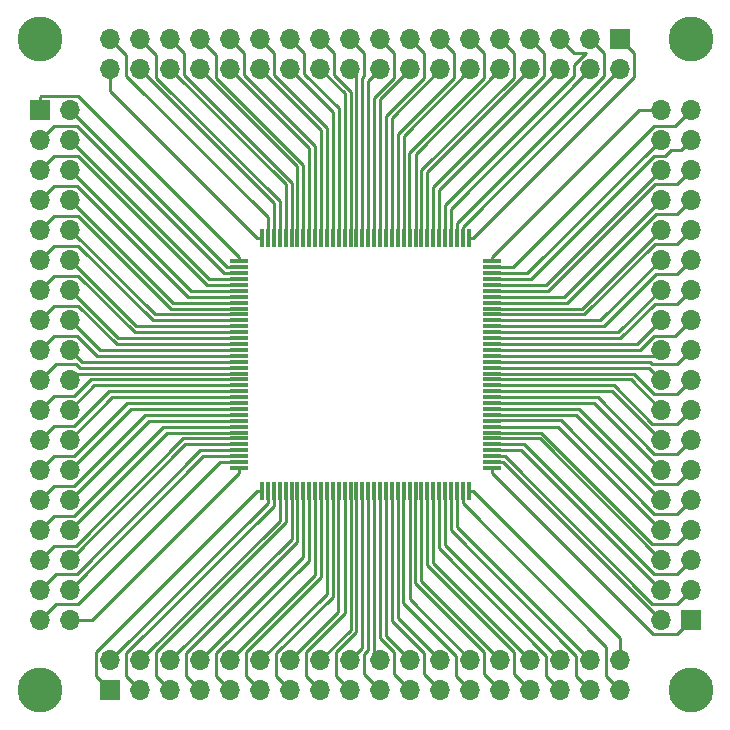
<source format=gtl>
G04 #@! TF.GenerationSoftware,KiCad,Pcbnew,(5.0.2)-1*
G04 #@! TF.CreationDate,2019-01-06T22:14:06+08:00*
G04 #@! TF.ProjectId,LQFP Breakout Board,4c514650-2042-4726-9561-6b6f75742042,rev?*
G04 #@! TF.SameCoordinates,Original*
G04 #@! TF.FileFunction,Copper,L1,Top*
G04 #@! TF.FilePolarity,Positive*
%FSLAX46Y46*%
G04 Gerber Fmt 4.6, Leading zero omitted, Abs format (unit mm)*
G04 Created by KiCad (PCBNEW (5.0.2)-1) date 01/06/19 22:14:06*
%MOMM*%
%LPD*%
G01*
G04 APERTURE LIST*
G04 #@! TA.AperFunction,ComponentPad*
%ADD10O,1.700000X1.700000*%
G04 #@! TD*
G04 #@! TA.AperFunction,ComponentPad*
%ADD11R,1.700000X1.700000*%
G04 #@! TD*
G04 #@! TA.AperFunction,SMDPad,CuDef*
%ADD12R,0.300000X1.550000*%
G04 #@! TD*
G04 #@! TA.AperFunction,SMDPad,CuDef*
%ADD13R,1.550000X0.300000*%
G04 #@! TD*
G04 #@! TA.AperFunction,ComponentPad*
%ADD14C,3.800000*%
G04 #@! TD*
G04 #@! TA.AperFunction,Conductor*
%ADD15C,0.254000*%
G04 #@! TD*
G04 APERTURE END LIST*
D10*
G04 #@! TO.P,J1,36*
G04 #@! TO.N,P36*
X67437000Y-107188000D03*
G04 #@! TO.P,J1,35*
G04 #@! TO.N,P35*
X64897000Y-107188000D03*
G04 #@! TO.P,J1,34*
G04 #@! TO.N,P34*
X67437000Y-104648000D03*
G04 #@! TO.P,J1,33*
G04 #@! TO.N,P33*
X64897000Y-104648000D03*
G04 #@! TO.P,J1,32*
G04 #@! TO.N,P32*
X67437000Y-102108000D03*
G04 #@! TO.P,J1,31*
G04 #@! TO.N,P31*
X64897000Y-102108000D03*
G04 #@! TO.P,J1,30*
G04 #@! TO.N,P30*
X67437000Y-99568000D03*
G04 #@! TO.P,J1,29*
G04 #@! TO.N,P29*
X64897000Y-99568000D03*
G04 #@! TO.P,J1,28*
G04 #@! TO.N,P28*
X67437000Y-97028000D03*
G04 #@! TO.P,J1,27*
G04 #@! TO.N,P27*
X64897000Y-97028000D03*
G04 #@! TO.P,J1,26*
G04 #@! TO.N,P26*
X67437000Y-94488000D03*
G04 #@! TO.P,J1,25*
G04 #@! TO.N,P25*
X64897000Y-94488000D03*
G04 #@! TO.P,J1,24*
G04 #@! TO.N,P24*
X67437000Y-91948000D03*
G04 #@! TO.P,J1,23*
G04 #@! TO.N,P23*
X64897000Y-91948000D03*
G04 #@! TO.P,J1,22*
G04 #@! TO.N,P22*
X67437000Y-89408000D03*
G04 #@! TO.P,J1,21*
G04 #@! TO.N,P21*
X64897000Y-89408000D03*
G04 #@! TO.P,J1,20*
G04 #@! TO.N,P20*
X67437000Y-86868000D03*
G04 #@! TO.P,J1,19*
G04 #@! TO.N,P19*
X64897000Y-86868000D03*
G04 #@! TO.P,J1,18*
G04 #@! TO.N,P18*
X67437000Y-84328000D03*
G04 #@! TO.P,J1,17*
G04 #@! TO.N,P17*
X64897000Y-84328000D03*
G04 #@! TO.P,J1,16*
G04 #@! TO.N,P16*
X67437000Y-81788000D03*
G04 #@! TO.P,J1,15*
G04 #@! TO.N,P15*
X64897000Y-81788000D03*
G04 #@! TO.P,J1,14*
G04 #@! TO.N,P14*
X67437000Y-79248000D03*
G04 #@! TO.P,J1,13*
G04 #@! TO.N,P13*
X64897000Y-79248000D03*
G04 #@! TO.P,J1,12*
G04 #@! TO.N,P12*
X67437000Y-76708000D03*
G04 #@! TO.P,J1,11*
G04 #@! TO.N,P11*
X64897000Y-76708000D03*
G04 #@! TO.P,J1,10*
G04 #@! TO.N,P10*
X67437000Y-74168000D03*
G04 #@! TO.P,J1,9*
G04 #@! TO.N,P09*
X64897000Y-74168000D03*
G04 #@! TO.P,J1,8*
G04 #@! TO.N,P08*
X67437000Y-71628000D03*
G04 #@! TO.P,J1,7*
G04 #@! TO.N,P07*
X64897000Y-71628000D03*
G04 #@! TO.P,J1,6*
G04 #@! TO.N,P06*
X67437000Y-69088000D03*
G04 #@! TO.P,J1,5*
G04 #@! TO.N,P05*
X64897000Y-69088000D03*
G04 #@! TO.P,J1,4*
G04 #@! TO.N,P04*
X67437000Y-66548000D03*
G04 #@! TO.P,J1,3*
G04 #@! TO.N,P03*
X64897000Y-66548000D03*
G04 #@! TO.P,J1,2*
G04 #@! TO.N,P02*
X67437000Y-64008000D03*
D11*
G04 #@! TO.P,J1,1*
G04 #@! TO.N,P01*
X64897000Y-64008000D03*
G04 #@! TD*
G04 #@! TO.P,J2,1*
G04 #@! TO.N,P37*
X70866000Y-113157000D03*
D10*
G04 #@! TO.P,J2,2*
G04 #@! TO.N,P38*
X70866000Y-110617000D03*
G04 #@! TO.P,J2,3*
G04 #@! TO.N,P39*
X73406000Y-113157000D03*
G04 #@! TO.P,J2,4*
G04 #@! TO.N,P40*
X73406000Y-110617000D03*
G04 #@! TO.P,J2,5*
G04 #@! TO.N,P41*
X75946000Y-113157000D03*
G04 #@! TO.P,J2,6*
G04 #@! TO.N,P42*
X75946000Y-110617000D03*
G04 #@! TO.P,J2,7*
G04 #@! TO.N,P43*
X78486000Y-113157000D03*
G04 #@! TO.P,J2,8*
G04 #@! TO.N,P44*
X78486000Y-110617000D03*
G04 #@! TO.P,J2,9*
G04 #@! TO.N,P45*
X81026000Y-113157000D03*
G04 #@! TO.P,J2,10*
G04 #@! TO.N,P46*
X81026000Y-110617000D03*
G04 #@! TO.P,J2,11*
G04 #@! TO.N,P47*
X83566000Y-113157000D03*
G04 #@! TO.P,J2,12*
G04 #@! TO.N,P48*
X83566000Y-110617000D03*
G04 #@! TO.P,J2,13*
G04 #@! TO.N,P49*
X86106000Y-113157000D03*
G04 #@! TO.P,J2,14*
G04 #@! TO.N,P50*
X86106000Y-110617000D03*
G04 #@! TO.P,J2,15*
G04 #@! TO.N,P51*
X88646000Y-113157000D03*
G04 #@! TO.P,J2,16*
G04 #@! TO.N,P52*
X88646000Y-110617000D03*
G04 #@! TO.P,J2,17*
G04 #@! TO.N,P53*
X91186000Y-113157000D03*
G04 #@! TO.P,J2,18*
G04 #@! TO.N,P54*
X91186000Y-110617000D03*
G04 #@! TO.P,J2,19*
G04 #@! TO.N,P55*
X93726000Y-113157000D03*
G04 #@! TO.P,J2,20*
G04 #@! TO.N,P56*
X93726000Y-110617000D03*
G04 #@! TO.P,J2,21*
G04 #@! TO.N,P57*
X96266000Y-113157000D03*
G04 #@! TO.P,J2,22*
G04 #@! TO.N,P58*
X96266000Y-110617000D03*
G04 #@! TO.P,J2,23*
G04 #@! TO.N,P59*
X98806000Y-113157000D03*
G04 #@! TO.P,J2,24*
G04 #@! TO.N,P60*
X98806000Y-110617000D03*
G04 #@! TO.P,J2,25*
G04 #@! TO.N,P61*
X101346000Y-113157000D03*
G04 #@! TO.P,J2,26*
G04 #@! TO.N,P62*
X101346000Y-110617000D03*
G04 #@! TO.P,J2,27*
G04 #@! TO.N,P63*
X103886000Y-113157000D03*
G04 #@! TO.P,J2,28*
G04 #@! TO.N,P64*
X103886000Y-110617000D03*
G04 #@! TO.P,J2,29*
G04 #@! TO.N,P65*
X106426000Y-113157000D03*
G04 #@! TO.P,J2,30*
G04 #@! TO.N,P66*
X106426000Y-110617000D03*
G04 #@! TO.P,J2,31*
G04 #@! TO.N,P67*
X108966000Y-113157000D03*
G04 #@! TO.P,J2,32*
G04 #@! TO.N,P68*
X108966000Y-110617000D03*
G04 #@! TO.P,J2,33*
G04 #@! TO.N,P69*
X111506000Y-113157000D03*
G04 #@! TO.P,J2,34*
G04 #@! TO.N,P70*
X111506000Y-110617000D03*
G04 #@! TO.P,J2,35*
G04 #@! TO.N,P71*
X114046000Y-113157000D03*
G04 #@! TO.P,J2,36*
G04 #@! TO.N,P72*
X114046000Y-110617000D03*
G04 #@! TD*
G04 #@! TO.P,J3,36*
G04 #@! TO.N,P108*
X117475000Y-64008000D03*
G04 #@! TO.P,J3,35*
G04 #@! TO.N,P107*
X120015000Y-64008000D03*
G04 #@! TO.P,J3,34*
G04 #@! TO.N,P106*
X117475000Y-66548000D03*
G04 #@! TO.P,J3,33*
G04 #@! TO.N,P105*
X120015000Y-66548000D03*
G04 #@! TO.P,J3,32*
G04 #@! TO.N,P104*
X117475000Y-69088000D03*
G04 #@! TO.P,J3,31*
G04 #@! TO.N,P103*
X120015000Y-69088000D03*
G04 #@! TO.P,J3,30*
G04 #@! TO.N,P102*
X117475000Y-71628000D03*
G04 #@! TO.P,J3,29*
G04 #@! TO.N,P101*
X120015000Y-71628000D03*
G04 #@! TO.P,J3,28*
G04 #@! TO.N,P100*
X117475000Y-74168000D03*
G04 #@! TO.P,J3,27*
G04 #@! TO.N,P99*
X120015000Y-74168000D03*
G04 #@! TO.P,J3,26*
G04 #@! TO.N,P98*
X117475000Y-76708000D03*
G04 #@! TO.P,J3,25*
G04 #@! TO.N,P97*
X120015000Y-76708000D03*
G04 #@! TO.P,J3,24*
G04 #@! TO.N,P96*
X117475000Y-79248000D03*
G04 #@! TO.P,J3,23*
G04 #@! TO.N,P95*
X120015000Y-79248000D03*
G04 #@! TO.P,J3,22*
G04 #@! TO.N,P94*
X117475000Y-81788000D03*
G04 #@! TO.P,J3,21*
G04 #@! TO.N,P93*
X120015000Y-81788000D03*
G04 #@! TO.P,J3,20*
G04 #@! TO.N,P92*
X117475000Y-84328000D03*
G04 #@! TO.P,J3,19*
G04 #@! TO.N,P91*
X120015000Y-84328000D03*
G04 #@! TO.P,J3,18*
G04 #@! TO.N,P90*
X117475000Y-86868000D03*
G04 #@! TO.P,J3,17*
G04 #@! TO.N,P89*
X120015000Y-86868000D03*
G04 #@! TO.P,J3,16*
G04 #@! TO.N,P88*
X117475000Y-89408000D03*
G04 #@! TO.P,J3,15*
G04 #@! TO.N,P87*
X120015000Y-89408000D03*
G04 #@! TO.P,J3,14*
G04 #@! TO.N,P86*
X117475000Y-91948000D03*
G04 #@! TO.P,J3,13*
G04 #@! TO.N,P85*
X120015000Y-91948000D03*
G04 #@! TO.P,J3,12*
G04 #@! TO.N,P84*
X117475000Y-94488000D03*
G04 #@! TO.P,J3,11*
G04 #@! TO.N,P83*
X120015000Y-94488000D03*
G04 #@! TO.P,J3,10*
G04 #@! TO.N,P82*
X117475000Y-97028000D03*
G04 #@! TO.P,J3,9*
G04 #@! TO.N,P81*
X120015000Y-97028000D03*
G04 #@! TO.P,J3,8*
G04 #@! TO.N,P80*
X117475000Y-99568000D03*
G04 #@! TO.P,J3,7*
G04 #@! TO.N,P79*
X120015000Y-99568000D03*
G04 #@! TO.P,J3,6*
G04 #@! TO.N,P78*
X117475000Y-102108000D03*
G04 #@! TO.P,J3,5*
G04 #@! TO.N,P77*
X120015000Y-102108000D03*
G04 #@! TO.P,J3,4*
G04 #@! TO.N,P76*
X117475000Y-104648000D03*
G04 #@! TO.P,J3,3*
G04 #@! TO.N,P75*
X120015000Y-104648000D03*
G04 #@! TO.P,J3,2*
G04 #@! TO.N,P74*
X117475000Y-107188000D03*
D11*
G04 #@! TO.P,J3,1*
G04 #@! TO.N,P73*
X120015000Y-107188000D03*
G04 #@! TD*
G04 #@! TO.P,J4,1*
G04 #@! TO.N,P109*
X114046000Y-58039000D03*
D10*
G04 #@! TO.P,J4,2*
G04 #@! TO.N,P110*
X114046000Y-60579000D03*
G04 #@! TO.P,J4,3*
G04 #@! TO.N,P111*
X111506000Y-58039000D03*
G04 #@! TO.P,J4,4*
G04 #@! TO.N,P112*
X111506000Y-60579000D03*
G04 #@! TO.P,J4,5*
G04 #@! TO.N,P113*
X108966000Y-58039000D03*
G04 #@! TO.P,J4,6*
G04 #@! TO.N,P114*
X108966000Y-60579000D03*
G04 #@! TO.P,J4,7*
G04 #@! TO.N,P115*
X106426000Y-58039000D03*
G04 #@! TO.P,J4,8*
G04 #@! TO.N,P116*
X106426000Y-60579000D03*
G04 #@! TO.P,J4,9*
G04 #@! TO.N,P117*
X103886000Y-58039000D03*
G04 #@! TO.P,J4,10*
G04 #@! TO.N,P118*
X103886000Y-60579000D03*
G04 #@! TO.P,J4,11*
G04 #@! TO.N,P119*
X101346000Y-58039000D03*
G04 #@! TO.P,J4,12*
G04 #@! TO.N,P120*
X101346000Y-60579000D03*
G04 #@! TO.P,J4,13*
G04 #@! TO.N,P121*
X98806000Y-58039000D03*
G04 #@! TO.P,J4,14*
G04 #@! TO.N,P122*
X98806000Y-60579000D03*
G04 #@! TO.P,J4,15*
G04 #@! TO.N,P123*
X96266000Y-58039000D03*
G04 #@! TO.P,J4,16*
G04 #@! TO.N,P124*
X96266000Y-60579000D03*
G04 #@! TO.P,J4,17*
G04 #@! TO.N,P125*
X93726000Y-58039000D03*
G04 #@! TO.P,J4,18*
G04 #@! TO.N,P126*
X93726000Y-60579000D03*
G04 #@! TO.P,J4,19*
G04 #@! TO.N,P127*
X91186000Y-58039000D03*
G04 #@! TO.P,J4,20*
G04 #@! TO.N,P128*
X91186000Y-60579000D03*
G04 #@! TO.P,J4,21*
G04 #@! TO.N,P129*
X88646000Y-58039000D03*
G04 #@! TO.P,J4,22*
G04 #@! TO.N,P130*
X88646000Y-60579000D03*
G04 #@! TO.P,J4,23*
G04 #@! TO.N,P131*
X86106000Y-58039000D03*
G04 #@! TO.P,J4,24*
G04 #@! TO.N,P132*
X86106000Y-60579000D03*
G04 #@! TO.P,J4,25*
G04 #@! TO.N,P133*
X83566000Y-58039000D03*
G04 #@! TO.P,J4,26*
G04 #@! TO.N,P134*
X83566000Y-60579000D03*
G04 #@! TO.P,J4,27*
G04 #@! TO.N,P135*
X81026000Y-58039000D03*
G04 #@! TO.P,J4,28*
G04 #@! TO.N,P136*
X81026000Y-60579000D03*
G04 #@! TO.P,J4,29*
G04 #@! TO.N,P137*
X78486000Y-58039000D03*
G04 #@! TO.P,J4,30*
G04 #@! TO.N,P138*
X78486000Y-60579000D03*
G04 #@! TO.P,J4,31*
G04 #@! TO.N,P139*
X75946000Y-58039000D03*
G04 #@! TO.P,J4,32*
G04 #@! TO.N,P140*
X75946000Y-60579000D03*
G04 #@! TO.P,J4,33*
G04 #@! TO.N,P141*
X73406000Y-58039000D03*
G04 #@! TO.P,J4,34*
G04 #@! TO.N,P142*
X73406000Y-60579000D03*
G04 #@! TO.P,J4,35*
G04 #@! TO.N,P143*
X70866000Y-58039000D03*
G04 #@! TO.P,J4,36*
G04 #@! TO.N,P144*
X70866000Y-60579000D03*
G04 #@! TD*
D12*
G04 #@! TO.P,U2,144*
G04 #@! TO.N,P144*
X83706000Y-74898000D03*
G04 #@! TO.P,U2,143*
G04 #@! TO.N,P143*
X84206000Y-74898000D03*
G04 #@! TO.P,U2,142*
G04 #@! TO.N,P142*
X84706000Y-74898000D03*
G04 #@! TO.P,U2,141*
G04 #@! TO.N,P141*
X85206000Y-74898000D03*
G04 #@! TO.P,U2,140*
G04 #@! TO.N,P140*
X85706000Y-74898000D03*
G04 #@! TO.P,U2,139*
G04 #@! TO.N,P139*
X86206000Y-74898000D03*
G04 #@! TO.P,U2,138*
G04 #@! TO.N,P138*
X86706000Y-74898000D03*
G04 #@! TO.P,U2,137*
G04 #@! TO.N,P137*
X87206000Y-74898000D03*
G04 #@! TO.P,U2,136*
G04 #@! TO.N,P136*
X87706000Y-74898000D03*
G04 #@! TO.P,U2,135*
G04 #@! TO.N,P135*
X88206000Y-74898000D03*
G04 #@! TO.P,U2,134*
G04 #@! TO.N,P134*
X88706000Y-74898000D03*
G04 #@! TO.P,U2,133*
G04 #@! TO.N,P133*
X89206000Y-74898000D03*
G04 #@! TO.P,U2,132*
G04 #@! TO.N,P132*
X89706000Y-74898000D03*
G04 #@! TO.P,U2,131*
G04 #@! TO.N,P131*
X90206000Y-74898000D03*
G04 #@! TO.P,U2,130*
G04 #@! TO.N,P130*
X90706000Y-74898000D03*
G04 #@! TO.P,U2,129*
G04 #@! TO.N,P129*
X91206000Y-74898000D03*
G04 #@! TO.P,U2,128*
G04 #@! TO.N,P128*
X91706000Y-74898000D03*
G04 #@! TO.P,U2,127*
G04 #@! TO.N,P127*
X92206000Y-74898000D03*
G04 #@! TO.P,U2,126*
G04 #@! TO.N,P126*
X92706000Y-74898000D03*
G04 #@! TO.P,U2,125*
G04 #@! TO.N,P125*
X93206000Y-74898000D03*
G04 #@! TO.P,U2,124*
G04 #@! TO.N,P124*
X93706000Y-74898000D03*
G04 #@! TO.P,U2,123*
G04 #@! TO.N,P123*
X94206000Y-74898000D03*
G04 #@! TO.P,U2,122*
G04 #@! TO.N,P122*
X94706000Y-74898000D03*
G04 #@! TO.P,U2,121*
G04 #@! TO.N,P121*
X95206000Y-74898000D03*
G04 #@! TO.P,U2,120*
G04 #@! TO.N,P120*
X95706000Y-74898000D03*
G04 #@! TO.P,U2,119*
G04 #@! TO.N,P119*
X96206000Y-74898000D03*
G04 #@! TO.P,U2,118*
G04 #@! TO.N,P118*
X96706000Y-74898000D03*
G04 #@! TO.P,U2,117*
G04 #@! TO.N,P117*
X97206000Y-74898000D03*
G04 #@! TO.P,U2,116*
G04 #@! TO.N,P116*
X97706000Y-74898000D03*
G04 #@! TO.P,U2,115*
G04 #@! TO.N,P115*
X98206000Y-74898000D03*
G04 #@! TO.P,U2,114*
G04 #@! TO.N,P114*
X98706000Y-74898000D03*
G04 #@! TO.P,U2,113*
G04 #@! TO.N,P113*
X99206000Y-74898000D03*
G04 #@! TO.P,U2,112*
G04 #@! TO.N,P112*
X99706000Y-74898000D03*
G04 #@! TO.P,U2,111*
G04 #@! TO.N,P111*
X100206000Y-74898000D03*
G04 #@! TO.P,U2,110*
G04 #@! TO.N,P110*
X100706000Y-74898000D03*
G04 #@! TO.P,U2,109*
G04 #@! TO.N,P109*
X101206000Y-74898000D03*
D13*
G04 #@! TO.P,U2,108*
G04 #@! TO.N,P108*
X103156000Y-76848000D03*
G04 #@! TO.P,U2,107*
G04 #@! TO.N,P107*
X103156000Y-77348000D03*
G04 #@! TO.P,U2,106*
G04 #@! TO.N,P106*
X103156000Y-77848000D03*
G04 #@! TO.P,U2,105*
G04 #@! TO.N,P105*
X103156000Y-78348000D03*
G04 #@! TO.P,U2,104*
G04 #@! TO.N,P104*
X103156000Y-78848000D03*
G04 #@! TO.P,U2,103*
G04 #@! TO.N,P103*
X103156000Y-79348000D03*
G04 #@! TO.P,U2,102*
G04 #@! TO.N,P102*
X103156000Y-79848000D03*
G04 #@! TO.P,U2,101*
G04 #@! TO.N,P101*
X103156000Y-80348000D03*
G04 #@! TO.P,U2,100*
G04 #@! TO.N,P100*
X103156000Y-80848000D03*
G04 #@! TO.P,U2,99*
G04 #@! TO.N,P99*
X103156000Y-81348000D03*
G04 #@! TO.P,U2,98*
G04 #@! TO.N,P98*
X103156000Y-81848000D03*
G04 #@! TO.P,U2,97*
G04 #@! TO.N,P97*
X103156000Y-82348000D03*
G04 #@! TO.P,U2,96*
G04 #@! TO.N,P96*
X103156000Y-82848000D03*
G04 #@! TO.P,U2,95*
G04 #@! TO.N,P95*
X103156000Y-83348000D03*
G04 #@! TO.P,U2,94*
G04 #@! TO.N,P94*
X103156000Y-83848000D03*
G04 #@! TO.P,U2,93*
G04 #@! TO.N,P93*
X103156000Y-84348000D03*
G04 #@! TO.P,U2,92*
G04 #@! TO.N,P92*
X103156000Y-84848000D03*
G04 #@! TO.P,U2,91*
G04 #@! TO.N,P91*
X103156000Y-85348000D03*
G04 #@! TO.P,U2,90*
G04 #@! TO.N,P90*
X103156000Y-85848000D03*
G04 #@! TO.P,U2,89*
G04 #@! TO.N,P89*
X103156000Y-86348000D03*
G04 #@! TO.P,U2,88*
G04 #@! TO.N,P88*
X103156000Y-86848000D03*
G04 #@! TO.P,U2,87*
G04 #@! TO.N,P87*
X103156000Y-87348000D03*
G04 #@! TO.P,U2,86*
G04 #@! TO.N,P86*
X103156000Y-87848000D03*
G04 #@! TO.P,U2,85*
G04 #@! TO.N,P85*
X103156000Y-88348000D03*
G04 #@! TO.P,U2,84*
G04 #@! TO.N,P84*
X103156000Y-88848000D03*
G04 #@! TO.P,U2,83*
G04 #@! TO.N,P83*
X103156000Y-89348000D03*
G04 #@! TO.P,U2,82*
G04 #@! TO.N,P82*
X103156000Y-89848000D03*
G04 #@! TO.P,U2,81*
G04 #@! TO.N,P81*
X103156000Y-90348000D03*
G04 #@! TO.P,U2,80*
G04 #@! TO.N,P80*
X103156000Y-90848000D03*
G04 #@! TO.P,U2,79*
G04 #@! TO.N,P79*
X103156000Y-91348000D03*
G04 #@! TO.P,U2,78*
G04 #@! TO.N,P78*
X103156000Y-91848000D03*
G04 #@! TO.P,U2,77*
G04 #@! TO.N,P77*
X103156000Y-92348000D03*
G04 #@! TO.P,U2,76*
G04 #@! TO.N,P76*
X103156000Y-92848000D03*
G04 #@! TO.P,U2,75*
G04 #@! TO.N,P75*
X103156000Y-93348000D03*
G04 #@! TO.P,U2,74*
G04 #@! TO.N,P74*
X103156000Y-93848000D03*
G04 #@! TO.P,U2,73*
G04 #@! TO.N,P73*
X103156000Y-94348000D03*
D12*
G04 #@! TO.P,U2,72*
G04 #@! TO.N,P72*
X101206000Y-96298000D03*
G04 #@! TO.P,U2,71*
G04 #@! TO.N,P71*
X100706000Y-96298000D03*
G04 #@! TO.P,U2,70*
G04 #@! TO.N,P70*
X100206000Y-96298000D03*
G04 #@! TO.P,U2,69*
G04 #@! TO.N,P69*
X99706000Y-96298000D03*
G04 #@! TO.P,U2,68*
G04 #@! TO.N,P68*
X99206000Y-96298000D03*
G04 #@! TO.P,U2,67*
G04 #@! TO.N,P67*
X98706000Y-96298000D03*
G04 #@! TO.P,U2,66*
G04 #@! TO.N,P66*
X98206000Y-96298000D03*
G04 #@! TO.P,U2,65*
G04 #@! TO.N,P65*
X97706000Y-96298000D03*
G04 #@! TO.P,U2,64*
G04 #@! TO.N,P64*
X97206000Y-96298000D03*
G04 #@! TO.P,U2,63*
G04 #@! TO.N,P63*
X96706000Y-96298000D03*
G04 #@! TO.P,U2,62*
G04 #@! TO.N,P62*
X96206000Y-96298000D03*
G04 #@! TO.P,U2,61*
G04 #@! TO.N,P61*
X95706000Y-96298000D03*
G04 #@! TO.P,U2,60*
G04 #@! TO.N,P60*
X95206000Y-96298000D03*
G04 #@! TO.P,U2,59*
G04 #@! TO.N,P59*
X94706000Y-96298000D03*
G04 #@! TO.P,U2,58*
G04 #@! TO.N,P58*
X94206000Y-96298000D03*
G04 #@! TO.P,U2,57*
G04 #@! TO.N,P57*
X93706000Y-96298000D03*
G04 #@! TO.P,U2,56*
G04 #@! TO.N,P56*
X93206000Y-96298000D03*
G04 #@! TO.P,U2,55*
G04 #@! TO.N,P55*
X92706000Y-96298000D03*
G04 #@! TO.P,U2,54*
G04 #@! TO.N,P54*
X92206000Y-96298000D03*
G04 #@! TO.P,U2,53*
G04 #@! TO.N,P53*
X91706000Y-96298000D03*
G04 #@! TO.P,U2,52*
G04 #@! TO.N,P52*
X91206000Y-96298000D03*
G04 #@! TO.P,U2,51*
G04 #@! TO.N,P51*
X90706000Y-96298000D03*
G04 #@! TO.P,U2,50*
G04 #@! TO.N,P50*
X90206000Y-96298000D03*
G04 #@! TO.P,U2,49*
G04 #@! TO.N,P49*
X89706000Y-96298000D03*
G04 #@! TO.P,U2,48*
G04 #@! TO.N,P48*
X89206000Y-96298000D03*
G04 #@! TO.P,U2,47*
G04 #@! TO.N,P47*
X88706000Y-96298000D03*
G04 #@! TO.P,U2,46*
G04 #@! TO.N,P46*
X88206000Y-96298000D03*
G04 #@! TO.P,U2,45*
G04 #@! TO.N,P45*
X87706000Y-96298000D03*
G04 #@! TO.P,U2,44*
G04 #@! TO.N,P44*
X87206000Y-96298000D03*
G04 #@! TO.P,U2,43*
G04 #@! TO.N,P43*
X86706000Y-96298000D03*
G04 #@! TO.P,U2,42*
G04 #@! TO.N,P42*
X86206000Y-96298000D03*
G04 #@! TO.P,U2,41*
G04 #@! TO.N,P41*
X85706000Y-96298000D03*
G04 #@! TO.P,U2,40*
G04 #@! TO.N,P40*
X85206000Y-96298000D03*
G04 #@! TO.P,U2,39*
G04 #@! TO.N,P39*
X84706000Y-96298000D03*
G04 #@! TO.P,U2,38*
G04 #@! TO.N,P38*
X84206000Y-96298000D03*
G04 #@! TO.P,U2,37*
G04 #@! TO.N,P37*
X83706000Y-96298000D03*
D13*
G04 #@! TO.P,U2,36*
G04 #@! TO.N,P36*
X81756000Y-94348000D03*
G04 #@! TO.P,U2,35*
G04 #@! TO.N,P35*
X81756000Y-93848000D03*
G04 #@! TO.P,U2,34*
G04 #@! TO.N,P34*
X81756000Y-93348000D03*
G04 #@! TO.P,U2,33*
G04 #@! TO.N,P33*
X81756000Y-92848000D03*
G04 #@! TO.P,U2,32*
G04 #@! TO.N,P32*
X81756000Y-92348000D03*
G04 #@! TO.P,U2,31*
G04 #@! TO.N,P31*
X81756000Y-91848000D03*
G04 #@! TO.P,U2,30*
G04 #@! TO.N,P30*
X81756000Y-91348000D03*
G04 #@! TO.P,U2,29*
G04 #@! TO.N,P29*
X81756000Y-90848000D03*
G04 #@! TO.P,U2,28*
G04 #@! TO.N,P28*
X81756000Y-90348000D03*
G04 #@! TO.P,U2,27*
G04 #@! TO.N,P27*
X81756000Y-89848000D03*
G04 #@! TO.P,U2,26*
G04 #@! TO.N,P26*
X81756000Y-89348000D03*
G04 #@! TO.P,U2,25*
G04 #@! TO.N,P25*
X81756000Y-88848000D03*
G04 #@! TO.P,U2,24*
G04 #@! TO.N,P24*
X81756000Y-88348000D03*
G04 #@! TO.P,U2,23*
G04 #@! TO.N,P23*
X81756000Y-87848000D03*
G04 #@! TO.P,U2,22*
G04 #@! TO.N,P22*
X81756000Y-87348000D03*
G04 #@! TO.P,U2,21*
G04 #@! TO.N,P21*
X81756000Y-86848000D03*
G04 #@! TO.P,U2,20*
G04 #@! TO.N,P20*
X81756000Y-86348000D03*
G04 #@! TO.P,U2,19*
G04 #@! TO.N,P19*
X81756000Y-85848000D03*
G04 #@! TO.P,U2,18*
G04 #@! TO.N,P18*
X81756000Y-85348000D03*
G04 #@! TO.P,U2,17*
G04 #@! TO.N,P17*
X81756000Y-84848000D03*
G04 #@! TO.P,U2,16*
G04 #@! TO.N,P16*
X81756000Y-84348000D03*
G04 #@! TO.P,U2,15*
G04 #@! TO.N,P15*
X81756000Y-83848000D03*
G04 #@! TO.P,U2,14*
G04 #@! TO.N,P14*
X81756000Y-83348000D03*
G04 #@! TO.P,U2,13*
G04 #@! TO.N,P13*
X81756000Y-82848000D03*
G04 #@! TO.P,U2,12*
G04 #@! TO.N,P12*
X81756000Y-82348000D03*
G04 #@! TO.P,U2,11*
G04 #@! TO.N,P11*
X81756000Y-81848000D03*
G04 #@! TO.P,U2,10*
G04 #@! TO.N,P10*
X81756000Y-81348000D03*
G04 #@! TO.P,U2,9*
G04 #@! TO.N,P09*
X81756000Y-80848000D03*
G04 #@! TO.P,U2,8*
G04 #@! TO.N,P08*
X81756000Y-80348000D03*
G04 #@! TO.P,U2,7*
G04 #@! TO.N,P07*
X81756000Y-79848000D03*
G04 #@! TO.P,U2,6*
G04 #@! TO.N,P06*
X81756000Y-79348000D03*
G04 #@! TO.P,U2,5*
G04 #@! TO.N,P05*
X81756000Y-78848000D03*
G04 #@! TO.P,U2,4*
G04 #@! TO.N,P04*
X81756000Y-78348000D03*
G04 #@! TO.P,U2,3*
G04 #@! TO.N,P03*
X81756000Y-77848000D03*
G04 #@! TO.P,U2,2*
G04 #@! TO.N,P02*
X81756000Y-77348000D03*
G04 #@! TO.P,U2,1*
G04 #@! TO.N,P01*
X81756000Y-76848000D03*
G04 #@! TD*
D14*
G04 #@! TO.P,REF\002A\002A,1*
G04 #@! TO.N,N/C*
X64897000Y-58039000D03*
G04 #@! TD*
G04 #@! TO.P,REF\002A\002A,1*
G04 #@! TO.N,N/C*
X64897000Y-113157000D03*
G04 #@! TD*
G04 #@! TO.P,REF\002A\002A,1*
G04 #@! TO.N,N/C*
X120015000Y-113157000D03*
G04 #@! TD*
G04 #@! TO.P,REF\002A\002A,1*
G04 #@! TO.N,N/C*
X120015000Y-58039000D03*
G04 #@! TD*
D15*
G04 #@! TO.N,P36*
X81756000Y-94752000D02*
X81756000Y-94348000D01*
X69320000Y-107188000D02*
X81756000Y-94752000D01*
X67437000Y-107188000D02*
X69320000Y-107188000D01*
G04 #@! TO.N,P35*
X68164999Y-105825001D02*
X80164999Y-93825001D01*
X64897000Y-107188000D02*
X66259999Y-105825001D01*
X66259999Y-105825001D02*
X68164999Y-105825001D01*
X80727000Y-93848000D02*
X81756000Y-93848000D01*
X80187998Y-93848000D02*
X80727000Y-93848000D01*
X80164999Y-93825001D02*
X80187998Y-93848000D01*
G04 #@! TO.N,P34*
X78737000Y-93348000D02*
X67437000Y-104648000D01*
X81756000Y-93348000D02*
X78737000Y-93348000D01*
G04 #@! TO.N,P33*
X81733001Y-92825001D02*
X81756000Y-92848000D01*
X78497999Y-92825001D02*
X81733001Y-92825001D01*
X68037999Y-103285001D02*
X78497999Y-92825001D01*
X66259999Y-103285001D02*
X68037999Y-103285001D01*
X64897000Y-104648000D02*
X66259999Y-103285001D01*
G04 #@! TO.N,P32*
X77197000Y-92348000D02*
X67437000Y-102108000D01*
X81756000Y-92348000D02*
X77197000Y-92348000D01*
G04 #@! TO.N,P31*
X80727000Y-91848000D02*
X81756000Y-91848000D01*
X77054934Y-91848000D02*
X80727000Y-91848000D01*
X67971935Y-100930999D02*
X77054934Y-91848000D01*
X66074001Y-100930999D02*
X67971935Y-100930999D01*
X64897000Y-102108000D02*
X66074001Y-100930999D01*
G04 #@! TO.N,P30*
X75657000Y-91348000D02*
X67437000Y-99568000D01*
X81756000Y-91348000D02*
X75657000Y-91348000D01*
G04 #@! TO.N,P29*
X65746999Y-98718001D02*
X64897000Y-99568000D01*
X66074001Y-98390999D02*
X65746999Y-98718001D01*
X67815963Y-98390999D02*
X66074001Y-98390999D01*
X75358962Y-90848000D02*
X67815963Y-98390999D01*
X81756000Y-90848000D02*
X75358962Y-90848000D01*
G04 #@! TO.N,P28*
X74117000Y-90348000D02*
X81756000Y-90348000D01*
X67437000Y-97028000D02*
X74117000Y-90348000D01*
G04 #@! TO.N,P27*
X65746999Y-96178001D02*
X64897000Y-97028000D01*
X66074001Y-95850999D02*
X65746999Y-96178001D01*
X67815963Y-95850999D02*
X66074001Y-95850999D01*
X73818962Y-89848000D02*
X67815963Y-95850999D01*
X81756000Y-89848000D02*
X73818962Y-89848000D01*
G04 #@! TO.N,P26*
X72577000Y-89348000D02*
X81756000Y-89348000D01*
X67437000Y-94488000D02*
X72577000Y-89348000D01*
G04 #@! TO.N,P25*
X65746999Y-93638001D02*
X64897000Y-94488000D01*
X66074001Y-93310999D02*
X65746999Y-93638001D01*
X67815963Y-93310999D02*
X66074001Y-93310999D01*
X72278962Y-88848000D02*
X67815963Y-93310999D01*
X81756000Y-88848000D02*
X72278962Y-88848000D01*
G04 #@! TO.N,P24*
X71037000Y-88348000D02*
X81756000Y-88348000D01*
X67437000Y-91948000D02*
X71037000Y-88348000D01*
G04 #@! TO.N,P23*
X65746999Y-91098001D02*
X64897000Y-91948000D01*
X66074001Y-90770999D02*
X65746999Y-91098001D01*
X67815963Y-90770999D02*
X66074001Y-90770999D01*
X70738962Y-87848000D02*
X67815963Y-90770999D01*
X81756000Y-87848000D02*
X70738962Y-87848000D01*
G04 #@! TO.N,P22*
X69497000Y-87348000D02*
X81756000Y-87348000D01*
X67437000Y-89408000D02*
X69497000Y-87348000D01*
G04 #@! TO.N,P21*
X65746999Y-88558001D02*
X64897000Y-89408000D01*
X66074001Y-88230999D02*
X65746999Y-88558001D01*
X67815963Y-88230999D02*
X66074001Y-88230999D01*
X69198962Y-86848000D02*
X67815963Y-88230999D01*
X81756000Y-86848000D02*
X69198962Y-86848000D01*
G04 #@! TO.N,P20*
X67957000Y-86348000D02*
X67437000Y-86868000D01*
X81756000Y-86348000D02*
X67957000Y-86348000D01*
G04 #@! TO.N,P19*
X68314934Y-85848000D02*
X81756000Y-85848000D01*
X67971935Y-85505001D02*
X68314934Y-85848000D01*
X64897000Y-86868000D02*
X66259999Y-85505001D01*
X66259999Y-85505001D02*
X67971935Y-85505001D01*
G04 #@! TO.N,P18*
X68457000Y-85348000D02*
X81756000Y-85348000D01*
X67437000Y-84328000D02*
X68457000Y-85348000D01*
G04 #@! TO.N,P17*
X65746999Y-83478001D02*
X64897000Y-84328000D01*
X66074001Y-83150999D02*
X65746999Y-83478001D01*
X68001961Y-83150999D02*
X66074001Y-83150999D01*
X69698962Y-84848000D02*
X68001961Y-83150999D01*
X81756000Y-84848000D02*
X69698962Y-84848000D01*
G04 #@! TO.N,P16*
X69997000Y-84348000D02*
X81756000Y-84348000D01*
X67437000Y-81788000D02*
X69997000Y-84348000D01*
G04 #@! TO.N,P15*
X80727000Y-83848000D02*
X81756000Y-83848000D01*
X71394934Y-83848000D02*
X80727000Y-83848000D01*
X68157933Y-80610999D02*
X71394934Y-83848000D01*
X66074001Y-80610999D02*
X68157933Y-80610999D01*
X64897000Y-81788000D02*
X66074001Y-80610999D01*
G04 #@! TO.N,P14*
X71537000Y-83348000D02*
X67437000Y-79248000D01*
X81756000Y-83348000D02*
X71537000Y-83348000D01*
G04 #@! TO.N,P13*
X80727000Y-82848000D02*
X81756000Y-82848000D01*
X72934934Y-82848000D02*
X80727000Y-82848000D01*
X68157933Y-78070999D02*
X72934934Y-82848000D01*
X66074001Y-78070999D02*
X68157933Y-78070999D01*
X64897000Y-79248000D02*
X66074001Y-78070999D01*
G04 #@! TO.N,P12*
X73077000Y-82348000D02*
X67437000Y-76708000D01*
X81756000Y-82348000D02*
X73077000Y-82348000D01*
G04 #@! TO.N,P11*
X80727000Y-81848000D02*
X81756000Y-81848000D01*
X74474934Y-81848000D02*
X80727000Y-81848000D01*
X68157933Y-75530999D02*
X74474934Y-81848000D01*
X66074001Y-75530999D02*
X68157933Y-75530999D01*
X64897000Y-76708000D02*
X66074001Y-75530999D01*
G04 #@! TO.N,P10*
X74617000Y-81348000D02*
X67437000Y-74168000D01*
X81756000Y-81348000D02*
X74617000Y-81348000D01*
G04 #@! TO.N,P09*
X80727000Y-80848000D02*
X81756000Y-80848000D01*
X76014934Y-80848000D02*
X80727000Y-80848000D01*
X68157933Y-72990999D02*
X76014934Y-80848000D01*
X66074001Y-72990999D02*
X68157933Y-72990999D01*
X64897000Y-74168000D02*
X66074001Y-72990999D01*
G04 #@! TO.N,P08*
X76157000Y-80348000D02*
X81756000Y-80348000D01*
X67437000Y-71628000D02*
X76157000Y-80348000D01*
G04 #@! TO.N,P07*
X65746999Y-70778001D02*
X64897000Y-71628000D01*
X66074001Y-70450999D02*
X65746999Y-70778001D01*
X68001961Y-70450999D02*
X66074001Y-70450999D01*
X77398962Y-79848000D02*
X68001961Y-70450999D01*
X81756000Y-79848000D02*
X77398962Y-79848000D01*
G04 #@! TO.N,P06*
X77697000Y-79348000D02*
X67437000Y-69088000D01*
X81756000Y-79348000D02*
X77697000Y-79348000D01*
G04 #@! TO.N,P05*
X80727000Y-78848000D02*
X81756000Y-78848000D01*
X79090408Y-78848000D02*
X80727000Y-78848000D01*
X68150207Y-67907799D02*
X79090408Y-78848000D01*
X66077201Y-67907799D02*
X68150207Y-67907799D01*
X64897000Y-69088000D02*
X66077201Y-67907799D01*
G04 #@! TO.N,P04*
X79217201Y-78328201D02*
X80716839Y-78328201D01*
X67437000Y-66548000D02*
X79217201Y-78328201D01*
X80727000Y-78348000D02*
X81756000Y-78348000D01*
X80716839Y-78337839D02*
X80727000Y-78348000D01*
X80716839Y-78328201D02*
X80716839Y-78337839D01*
G04 #@! TO.N,P03*
X65746999Y-65698001D02*
X64897000Y-66548000D01*
X66077201Y-65367799D02*
X65746999Y-65698001D01*
X68003497Y-65367799D02*
X66077201Y-65367799D01*
X80483698Y-77848000D02*
X68003497Y-65367799D01*
X81756000Y-77848000D02*
X80483698Y-77848000D01*
G04 #@! TO.N,P02*
X80777000Y-77348000D02*
X81756000Y-77348000D01*
X67437000Y-64008000D02*
X80777000Y-77348000D01*
G04 #@! TO.N,P01*
X81756000Y-76444000D02*
X81756000Y-76848000D01*
X68139799Y-62827799D02*
X81756000Y-76444000D01*
X64973201Y-62827799D02*
X68139799Y-62827799D01*
X64897000Y-62904000D02*
X64973201Y-62827799D01*
X64897000Y-64008000D02*
X64897000Y-62904000D01*
G04 #@! TO.N,P37*
X83302000Y-96298000D02*
X83706000Y-96298000D01*
X69688999Y-109911001D02*
X83302000Y-96298000D01*
X69688999Y-111979999D02*
X69688999Y-109911001D01*
X70866000Y-113157000D02*
X69688999Y-111979999D01*
G04 #@! TO.N,P38*
X84206000Y-97277000D02*
X84206000Y-96298000D01*
X70866000Y-110617000D02*
X84206000Y-97277000D01*
G04 #@! TO.N,P39*
X72556001Y-112307001D02*
X73406000Y-113157000D01*
X72228999Y-111979999D02*
X72556001Y-112307001D01*
X72228999Y-110052039D02*
X72228999Y-111979999D01*
X84706000Y-97575038D02*
X72228999Y-110052039D01*
X84706000Y-96298000D02*
X84706000Y-97575038D01*
G04 #@! TO.N,P40*
X85206000Y-98817000D02*
X85206000Y-96298000D01*
X73406000Y-110617000D02*
X85206000Y-98817000D01*
G04 #@! TO.N,P41*
X75096001Y-112307001D02*
X75946000Y-113157000D01*
X74768999Y-111979999D02*
X75096001Y-112307001D01*
X74768999Y-109896067D02*
X74768999Y-111979999D01*
X85706000Y-98959066D02*
X74768999Y-109896067D01*
X85706000Y-96298000D02*
X85706000Y-98959066D01*
G04 #@! TO.N,P42*
X86206000Y-100357000D02*
X86206000Y-96298000D01*
X75946000Y-110617000D02*
X86206000Y-100357000D01*
G04 #@! TO.N,P43*
X77636001Y-112307001D02*
X78486000Y-113157000D01*
X77308999Y-111979999D02*
X77636001Y-112307001D01*
X77308999Y-110052039D02*
X77308999Y-111979999D01*
X86706000Y-100655038D02*
X77308999Y-110052039D01*
X86706000Y-96298000D02*
X86706000Y-100655038D01*
G04 #@! TO.N,P44*
X87206000Y-101897000D02*
X87206000Y-96298000D01*
X78486000Y-110617000D02*
X87206000Y-101897000D01*
G04 #@! TO.N,P45*
X80176001Y-112307001D02*
X81026000Y-113157000D01*
X79848999Y-111979999D02*
X80176001Y-112307001D01*
X79848999Y-110052039D02*
X79848999Y-111979999D01*
X87706000Y-102195038D02*
X79848999Y-110052039D01*
X87706000Y-96298000D02*
X87706000Y-102195038D01*
G04 #@! TO.N,P46*
X88206000Y-103437000D02*
X88206000Y-96298000D01*
X81026000Y-110617000D02*
X88206000Y-103437000D01*
G04 #@! TO.N,P47*
X82716001Y-112307001D02*
X83566000Y-113157000D01*
X82388999Y-111979999D02*
X82716001Y-112307001D01*
X82388999Y-109896067D02*
X82388999Y-111979999D01*
X88706000Y-103579066D02*
X82388999Y-109896067D01*
X88706000Y-96298000D02*
X88706000Y-103579066D01*
G04 #@! TO.N,P48*
X89206000Y-104977000D02*
X89206000Y-96298000D01*
X83566000Y-110617000D02*
X89206000Y-104977000D01*
G04 #@! TO.N,P49*
X85256001Y-112307001D02*
X86106000Y-113157000D01*
X84928999Y-111979999D02*
X85256001Y-112307001D01*
X84928999Y-110052039D02*
X84928999Y-111979999D01*
X89706000Y-105275038D02*
X84928999Y-110052039D01*
X89706000Y-96298000D02*
X89706000Y-105275038D01*
G04 #@! TO.N,P50*
X90183001Y-96320999D02*
X90206000Y-96298000D01*
X90183001Y-106539999D02*
X90183001Y-96320999D01*
X86106000Y-110617000D02*
X90183001Y-106539999D01*
G04 #@! TO.N,P51*
X87796001Y-112307001D02*
X88646000Y-113157000D01*
X87468999Y-111979999D02*
X87796001Y-112307001D01*
X87468999Y-109896067D02*
X87468999Y-111979999D01*
X90706000Y-106659066D02*
X87468999Y-109896067D01*
X90706000Y-96298000D02*
X90706000Y-106659066D01*
G04 #@! TO.N,P52*
X91206000Y-108057000D02*
X91206000Y-96298000D01*
X88646000Y-110617000D02*
X91206000Y-108057000D01*
G04 #@! TO.N,P53*
X90336001Y-112307001D02*
X91186000Y-113157000D01*
X90008999Y-111979999D02*
X90336001Y-112307001D01*
X90008999Y-109896068D02*
X90008999Y-111979999D01*
X91706000Y-108199067D02*
X90008999Y-109896068D01*
X91706000Y-96298000D02*
X91706000Y-108199067D01*
G04 #@! TO.N,P54*
X92206000Y-109597000D02*
X92206000Y-96298000D01*
X91186000Y-110617000D02*
X92206000Y-109597000D01*
G04 #@! TO.N,P55*
X92706000Y-97327000D02*
X92706000Y-96298000D01*
X92706000Y-109739066D02*
X92706000Y-97327000D01*
X92363001Y-110082065D02*
X92706000Y-109739066D01*
X92363001Y-111794001D02*
X92363001Y-110082065D01*
X93726000Y-113157000D02*
X92363001Y-111794001D01*
G04 #@! TO.N,P56*
X93206000Y-110097000D02*
X93726000Y-110617000D01*
X93206000Y-96298000D02*
X93206000Y-110097000D01*
G04 #@! TO.N,P57*
X93706000Y-97327000D02*
X93706000Y-96298000D01*
X93706000Y-108699066D02*
X93706000Y-97327000D01*
X94903001Y-109896067D02*
X93706000Y-108699066D01*
X94903001Y-111794001D02*
X94903001Y-109896067D01*
X96266000Y-113157000D02*
X94903001Y-111794001D01*
G04 #@! TO.N,P58*
X94206000Y-108557000D02*
X96266000Y-110617000D01*
X94206000Y-96298000D02*
X94206000Y-108557000D01*
G04 #@! TO.N,P59*
X94706000Y-97327000D02*
X94706000Y-96298000D01*
X94706000Y-107315038D02*
X94706000Y-97327000D01*
X97443001Y-110052039D02*
X94706000Y-107315038D01*
X97443001Y-111794001D02*
X97443001Y-110052039D01*
X98806000Y-113157000D02*
X97443001Y-111794001D01*
G04 #@! TO.N,P60*
X95206000Y-107017000D02*
X95206000Y-96298000D01*
X98806000Y-110617000D02*
X95206000Y-107017000D01*
G04 #@! TO.N,P61*
X95683001Y-96320999D02*
X95706000Y-96298000D01*
X95683001Y-105752039D02*
X95683001Y-96320999D01*
X100168999Y-110238037D02*
X95683001Y-105752039D01*
X100168999Y-111979999D02*
X100168999Y-110238037D01*
X101346000Y-113157000D02*
X100168999Y-111979999D01*
G04 #@! TO.N,P62*
X96206000Y-105477000D02*
X101346000Y-110617000D01*
X96206000Y-96298000D02*
X96206000Y-105477000D01*
G04 #@! TO.N,P63*
X96683001Y-96320999D02*
X96706000Y-96298000D01*
X96683001Y-104056067D02*
X96683001Y-96320999D01*
X102523001Y-109896067D02*
X96683001Y-104056067D01*
X102523001Y-111794001D02*
X102523001Y-109896067D01*
X103886000Y-113157000D02*
X102523001Y-111794001D01*
G04 #@! TO.N,P64*
X97206000Y-103937000D02*
X97206000Y-96298000D01*
X103886000Y-110617000D02*
X97206000Y-103937000D01*
G04 #@! TO.N,P65*
X97706000Y-97327000D02*
X97706000Y-96298000D01*
X97706000Y-102539066D02*
X97706000Y-97327000D01*
X105063001Y-109896067D02*
X97706000Y-102539066D01*
X105063001Y-111794001D02*
X105063001Y-109896067D01*
X106426000Y-113157000D02*
X105063001Y-111794001D01*
G04 #@! TO.N,P66*
X98206000Y-102397000D02*
X98206000Y-96298000D01*
X106426000Y-110617000D02*
X98206000Y-102397000D01*
G04 #@! TO.N,P67*
X108116001Y-112307001D02*
X108966000Y-113157000D01*
X107788999Y-111979999D02*
X108116001Y-112307001D01*
X107788999Y-110238037D02*
X107788999Y-111979999D01*
X98706000Y-101155038D02*
X107788999Y-110238037D01*
X98706000Y-96298000D02*
X98706000Y-101155038D01*
G04 #@! TO.N,P68*
X99206000Y-100857000D02*
X99206000Y-96298000D01*
X108966000Y-110617000D02*
X99206000Y-100857000D01*
G04 #@! TO.N,P69*
X110656001Y-112307001D02*
X111506000Y-113157000D01*
X110328999Y-111979999D02*
X110656001Y-112307001D01*
X110328999Y-110238037D02*
X110328999Y-111979999D01*
X99706000Y-99615038D02*
X110328999Y-110238037D01*
X99706000Y-96298000D02*
X99706000Y-99615038D01*
G04 #@! TO.N,P70*
X100206000Y-99317000D02*
X100206000Y-96298000D01*
X111506000Y-110617000D02*
X100206000Y-99317000D01*
G04 #@! TO.N,P71*
X113196001Y-112307001D02*
X114046000Y-113157000D01*
X112868999Y-111979999D02*
X113196001Y-112307001D01*
X112868999Y-109489999D02*
X112868999Y-111979999D01*
X100706000Y-97327000D02*
X112868999Y-109489999D01*
X100706000Y-96298000D02*
X100706000Y-97327000D01*
G04 #@! TO.N,P72*
X114046000Y-108734000D02*
X101578000Y-96266000D01*
X114046000Y-110617000D02*
X114046000Y-108734000D01*
X101206000Y-96279000D02*
X101206000Y-96298000D01*
X101219000Y-96266000D02*
X101206000Y-96279000D01*
X101578000Y-96266000D02*
X101219000Y-96266000D01*
G04 #@! TO.N,P108*
X116272919Y-64008000D02*
X117475000Y-64008000D01*
X115592000Y-64008000D02*
X116272919Y-64008000D01*
X103156000Y-76444000D02*
X115592000Y-64008000D01*
X103156000Y-76848000D02*
X103156000Y-76444000D01*
G04 #@! TO.N,P107*
X104185000Y-77348000D02*
X103156000Y-77348000D01*
X104933038Y-77348000D02*
X104185000Y-77348000D01*
X116910039Y-65370999D02*
X104933038Y-77348000D01*
X118652001Y-65370999D02*
X116910039Y-65370999D01*
X120015000Y-64008000D02*
X118652001Y-65370999D01*
G04 #@! TO.N,P106*
X106175000Y-77848000D02*
X117475000Y-66548000D01*
X103156000Y-77848000D02*
X106175000Y-77848000D01*
G04 #@! TO.N,P105*
X104185000Y-78348000D02*
X103156000Y-78348000D01*
X106473038Y-78348000D02*
X104185000Y-78348000D01*
X116910039Y-67910999D02*
X106473038Y-78348000D01*
X117853963Y-67910999D02*
X116910039Y-67910999D01*
X118366963Y-67397999D02*
X117853963Y-67910999D01*
X119165001Y-67397999D02*
X118366963Y-67397999D01*
X120015000Y-66548000D02*
X119165001Y-67397999D01*
G04 #@! TO.N,P104*
X107715000Y-78848000D02*
X117475000Y-69088000D01*
X103156000Y-78848000D02*
X107715000Y-78848000D01*
G04 #@! TO.N,P103*
X103178999Y-79325001D02*
X103156000Y-79348000D01*
X107880065Y-79325001D02*
X103178999Y-79325001D01*
X116940065Y-70265001D02*
X107880065Y-79325001D01*
X118837999Y-70265001D02*
X116940065Y-70265001D01*
X120015000Y-69088000D02*
X118837999Y-70265001D01*
G04 #@! TO.N,P102*
X109255000Y-79848000D02*
X117475000Y-71628000D01*
X103156000Y-79848000D02*
X109255000Y-79848000D01*
G04 #@! TO.N,P101*
X104185000Y-80348000D02*
X103156000Y-80348000D01*
X109553038Y-80348000D02*
X104185000Y-80348000D01*
X117096037Y-72805001D02*
X109553038Y-80348000D01*
X118837999Y-72805001D02*
X117096037Y-72805001D01*
X120015000Y-71628000D02*
X118837999Y-72805001D01*
G04 #@! TO.N,P100*
X110795000Y-80848000D02*
X117475000Y-74168000D01*
X103156000Y-80848000D02*
X110795000Y-80848000D01*
G04 #@! TO.N,P99*
X103178999Y-81325001D02*
X103156000Y-81348000D01*
X110960065Y-81325001D02*
X103178999Y-81325001D01*
X116940065Y-75345001D02*
X110960065Y-81325001D01*
X118837999Y-75345001D02*
X116940065Y-75345001D01*
X120015000Y-74168000D02*
X118837999Y-75345001D01*
G04 #@! TO.N,P98*
X112335000Y-81848000D02*
X117475000Y-76708000D01*
X103156000Y-81848000D02*
X112335000Y-81848000D01*
G04 #@! TO.N,P97*
X104185000Y-82348000D02*
X103156000Y-82348000D01*
X112633038Y-82348000D02*
X104185000Y-82348000D01*
X117096037Y-77885001D02*
X112633038Y-82348000D01*
X118837999Y-77885001D02*
X117096037Y-77885001D01*
X120015000Y-76708000D02*
X118837999Y-77885001D01*
G04 #@! TO.N,P96*
X113875000Y-82848000D02*
X117475000Y-79248000D01*
X103156000Y-82848000D02*
X113875000Y-82848000D01*
G04 #@! TO.N,P95*
X103178999Y-83325001D02*
X103156000Y-83348000D01*
X114040065Y-83325001D02*
X103178999Y-83325001D01*
X116940065Y-80425001D02*
X114040065Y-83325001D01*
X118837999Y-80425001D02*
X116940065Y-80425001D01*
X120015000Y-79248000D02*
X118837999Y-80425001D01*
G04 #@! TO.N,P94*
X115415000Y-83848000D02*
X117475000Y-81788000D01*
X103156000Y-83848000D02*
X115415000Y-83848000D01*
G04 #@! TO.N,P93*
X104185000Y-84348000D02*
X103156000Y-84348000D01*
X115713038Y-84348000D02*
X104185000Y-84348000D01*
X116910039Y-83150999D02*
X115713038Y-84348000D01*
X118652001Y-83150999D02*
X116910039Y-83150999D01*
X120015000Y-81788000D02*
X118652001Y-83150999D01*
G04 #@! TO.N,P92*
X116955000Y-84848000D02*
X117475000Y-84328000D01*
X103156000Y-84848000D02*
X116955000Y-84848000D01*
G04 #@! TO.N,P91*
X104185000Y-85348000D02*
X103156000Y-85348000D01*
X116597067Y-85348000D02*
X104185000Y-85348000D01*
X116754068Y-85505001D02*
X116597067Y-85348000D01*
X118837999Y-85505001D02*
X116754068Y-85505001D01*
X120015000Y-84328000D02*
X118837999Y-85505001D01*
G04 #@! TO.N,P90*
X116455000Y-85848000D02*
X117475000Y-86868000D01*
X103156000Y-85848000D02*
X116455000Y-85848000D01*
G04 #@! TO.N,P89*
X104185000Y-86348000D02*
X103156000Y-86348000D01*
X115177000Y-86348000D02*
X104185000Y-86348000D01*
X116874001Y-88045001D02*
X115177000Y-86348000D01*
X118837999Y-88045001D02*
X116874001Y-88045001D01*
X120015000Y-86868000D02*
X118837999Y-88045001D01*
G04 #@! TO.N,P88*
X114915000Y-86848000D02*
X117475000Y-89408000D01*
X103156000Y-86848000D02*
X114915000Y-86848000D01*
G04 #@! TO.N,P87*
X104185000Y-87348000D02*
X103156000Y-87348000D01*
X113517066Y-87348000D02*
X104185000Y-87348000D01*
X116754067Y-90585001D02*
X113517066Y-87348000D01*
X118837999Y-90585001D02*
X116754067Y-90585001D01*
X120015000Y-89408000D02*
X118837999Y-90585001D01*
G04 #@! TO.N,P86*
X113375000Y-87848000D02*
X117475000Y-91948000D01*
X103156000Y-87848000D02*
X113375000Y-87848000D01*
G04 #@! TO.N,P85*
X104185000Y-88348000D02*
X103156000Y-88348000D01*
X112133038Y-88348000D02*
X104185000Y-88348000D01*
X116910039Y-93125001D02*
X112133038Y-88348000D01*
X118837999Y-93125001D02*
X116910039Y-93125001D01*
X120015000Y-91948000D02*
X118837999Y-93125001D01*
G04 #@! TO.N,P84*
X111835000Y-88848000D02*
X117475000Y-94488000D01*
X103156000Y-88848000D02*
X111835000Y-88848000D01*
G04 #@! TO.N,P83*
X103178999Y-89325001D02*
X103156000Y-89348000D01*
X110534001Y-89325001D02*
X103178999Y-89325001D01*
X116874001Y-95665001D02*
X110534001Y-89325001D01*
X118837999Y-95665001D02*
X116874001Y-95665001D01*
X120015000Y-94488000D02*
X118837999Y-95665001D01*
G04 #@! TO.N,P82*
X116625001Y-96178001D02*
X117475000Y-97028000D01*
X110317991Y-89870991D02*
X116625001Y-96178001D01*
X103976991Y-89870991D02*
X110317991Y-89870991D01*
X103954000Y-89848000D02*
X103976991Y-89870991D01*
X103156000Y-89848000D02*
X103954000Y-89848000D01*
G04 #@! TO.N,P81*
X103178999Y-90325001D02*
X103156000Y-90348000D01*
X109030039Y-90325001D02*
X103178999Y-90325001D01*
X116910039Y-98205001D02*
X109030039Y-90325001D01*
X118837999Y-98205001D02*
X116910039Y-98205001D01*
X120015000Y-97028000D02*
X118837999Y-98205001D01*
G04 #@! TO.N,P80*
X108755000Y-90848000D02*
X117475000Y-99568000D01*
X103156000Y-90848000D02*
X108755000Y-90848000D01*
G04 #@! TO.N,P79*
X104185000Y-91348000D02*
X103156000Y-91348000D01*
X107357066Y-91348000D02*
X104185000Y-91348000D01*
X116754067Y-100745001D02*
X107357066Y-91348000D01*
X118837999Y-100745001D02*
X116754067Y-100745001D01*
X120015000Y-99568000D02*
X118837999Y-100745001D01*
G04 #@! TO.N,P78*
X107215000Y-91848000D02*
X117475000Y-102108000D01*
X103156000Y-91848000D02*
X107215000Y-91848000D01*
G04 #@! TO.N,P77*
X103178999Y-92325001D02*
X103156000Y-92348000D01*
X105914001Y-92325001D02*
X103178999Y-92325001D01*
X116874001Y-103285001D02*
X105914001Y-92325001D01*
X118837999Y-103285001D02*
X116874001Y-103285001D01*
X120015000Y-102108000D02*
X118837999Y-103285001D01*
G04 #@! TO.N,P76*
X105675000Y-92848000D02*
X117475000Y-104648000D01*
X103156000Y-92848000D02*
X105675000Y-92848000D01*
G04 #@! TO.N,P75*
X104185000Y-93348000D02*
X103156000Y-93348000D01*
X104277066Y-93348000D02*
X104185000Y-93348000D01*
X116754067Y-105825001D02*
X104277066Y-93348000D01*
X118837999Y-105825001D02*
X116754067Y-105825001D01*
X120015000Y-104648000D02*
X118837999Y-105825001D01*
G04 #@! TO.N,P74*
X104135000Y-93848000D02*
X103156000Y-93848000D01*
X117475000Y-107188000D02*
X104135000Y-93848000D01*
G04 #@! TO.N,P73*
X103156000Y-94752000D02*
X103156000Y-94348000D01*
X116769001Y-108365001D02*
X103156000Y-94752000D01*
X118837999Y-108365001D02*
X116769001Y-108365001D01*
X120015000Y-107188000D02*
X118837999Y-108365001D01*
G04 #@! TO.N,P109*
X101610000Y-74898000D02*
X101206000Y-74898000D01*
X115223001Y-61284999D02*
X101610000Y-74898000D01*
X115223001Y-59216001D02*
X115223001Y-61284999D01*
X114046000Y-58039000D02*
X115223001Y-59216001D01*
G04 #@! TO.N,P110*
X100706000Y-73919000D02*
X100706000Y-74898000D01*
X114046000Y-60579000D02*
X100706000Y-73919000D01*
G04 #@! TO.N,P111*
X112355999Y-58888999D02*
X111506000Y-58039000D01*
X112683001Y-59216001D02*
X112355999Y-58888999D01*
X112683001Y-61143961D02*
X112683001Y-59216001D01*
X100206000Y-73620962D02*
X112683001Y-61143961D01*
X100206000Y-74898000D02*
X100206000Y-73620962D01*
G04 #@! TO.N,P112*
X99706000Y-72379000D02*
X111506000Y-60579000D01*
X99706000Y-74898000D02*
X99706000Y-72379000D01*
G04 #@! TO.N,P113*
X99206000Y-73869000D02*
X99206000Y-74898000D01*
X99206000Y-72080962D02*
X99206000Y-73869000D01*
X110143001Y-61143961D02*
X99206000Y-72080962D01*
X110143001Y-60200037D02*
X110143001Y-61143961D01*
X111127037Y-59216001D02*
X110143001Y-60200037D01*
X110143001Y-59216001D02*
X111127037Y-59216001D01*
X108966000Y-58039000D02*
X110143001Y-59216001D01*
G04 #@! TO.N,P114*
X98706000Y-70839000D02*
X108966000Y-60579000D01*
X98706000Y-74898000D02*
X98706000Y-70839000D01*
G04 #@! TO.N,P115*
X107275999Y-58888999D02*
X106426000Y-58039000D01*
X107603001Y-59216001D02*
X107275999Y-58888999D01*
X107603001Y-61143961D02*
X107603001Y-59216001D01*
X98206000Y-70540962D02*
X107603001Y-61143961D01*
X98206000Y-74898000D02*
X98206000Y-70540962D01*
G04 #@! TO.N,P116*
X97706000Y-69299000D02*
X97706000Y-74898000D01*
X106426000Y-60579000D02*
X97706000Y-69299000D01*
G04 #@! TO.N,P117*
X97206000Y-73869000D02*
X97206000Y-74898000D01*
X97206000Y-69156934D02*
X97206000Y-73869000D01*
X105063001Y-61299933D02*
X97206000Y-69156934D01*
X105063001Y-59216001D02*
X105063001Y-61299933D01*
X103886000Y-58039000D02*
X105063001Y-59216001D01*
G04 #@! TO.N,P118*
X96706000Y-67759000D02*
X103886000Y-60579000D01*
X96706000Y-74898000D02*
X96706000Y-67759000D01*
G04 #@! TO.N,P119*
X96183001Y-74875001D02*
X96206000Y-74898000D01*
X96183001Y-67639933D02*
X96183001Y-74875001D01*
X102523001Y-61299933D02*
X96183001Y-67639933D01*
X102523001Y-59216001D02*
X102523001Y-61299933D01*
X101346000Y-58039000D02*
X102523001Y-59216001D01*
G04 #@! TO.N,P120*
X95706000Y-66219000D02*
X101346000Y-60579000D01*
X95706000Y-74898000D02*
X95706000Y-66219000D01*
G04 #@! TO.N,P121*
X95206000Y-73869000D02*
X95206000Y-74898000D01*
X95206000Y-66076934D02*
X95206000Y-73869000D01*
X99983001Y-61299933D02*
X95206000Y-66076934D01*
X99983001Y-59216001D02*
X99983001Y-61299933D01*
X98806000Y-58039000D02*
X99983001Y-59216001D01*
G04 #@! TO.N,P122*
X94706000Y-64679000D02*
X98806000Y-60579000D01*
X94706000Y-74898000D02*
X94706000Y-64679000D01*
G04 #@! TO.N,P123*
X94183001Y-74875001D02*
X94206000Y-74898000D01*
X94183001Y-64559933D02*
X94183001Y-74875001D01*
X97443001Y-61299933D02*
X94183001Y-64559933D01*
X97443001Y-59216001D02*
X97443001Y-61299933D01*
X96266000Y-58039000D02*
X97443001Y-59216001D01*
G04 #@! TO.N,P124*
X93706000Y-63139000D02*
X96266000Y-60579000D01*
X93706000Y-74898000D02*
X93706000Y-63139000D01*
G04 #@! TO.N,P125*
X93206000Y-73869000D02*
X93206000Y-74898000D01*
X93206000Y-62996934D02*
X93206000Y-73869000D01*
X94903001Y-61299933D02*
X93206000Y-62996934D01*
X94903001Y-59216001D02*
X94903001Y-61299933D01*
X93726000Y-58039000D02*
X94903001Y-59216001D01*
G04 #@! TO.N,P126*
X92706000Y-61599000D02*
X93726000Y-60579000D01*
X92706000Y-74898000D02*
X92706000Y-61599000D01*
G04 #@! TO.N,P127*
X92183001Y-74875001D02*
X92206000Y-74898000D01*
X92183001Y-61323961D02*
X92183001Y-74875001D01*
X92363001Y-61143961D02*
X92183001Y-61323961D01*
X92363001Y-59216001D02*
X92363001Y-61143961D01*
X91186000Y-58039000D02*
X92363001Y-59216001D01*
G04 #@! TO.N,P128*
X91706000Y-61099000D02*
X91186000Y-60579000D01*
X91706000Y-74898000D02*
X91706000Y-61099000D01*
G04 #@! TO.N,P129*
X91206000Y-73869000D02*
X91206000Y-74898000D01*
X91206000Y-62496934D02*
X91206000Y-73869000D01*
X89823001Y-61113935D02*
X91206000Y-62496934D01*
X89823001Y-59216001D02*
X89823001Y-61113935D01*
X88646000Y-58039000D02*
X89823001Y-59216001D01*
G04 #@! TO.N,P130*
X90706000Y-62639000D02*
X88646000Y-60579000D01*
X90706000Y-74898000D02*
X90706000Y-62639000D01*
G04 #@! TO.N,P131*
X90206000Y-63880962D02*
X90206000Y-74898000D01*
X87283001Y-60957963D02*
X90206000Y-63880962D01*
X86106000Y-58039000D02*
X87283001Y-59216001D01*
X87283001Y-59216001D02*
X87283001Y-60957963D01*
G04 #@! TO.N,P132*
X89706000Y-64179000D02*
X86106000Y-60579000D01*
X89706000Y-74898000D02*
X89706000Y-64179000D01*
G04 #@! TO.N,P133*
X89206000Y-73869000D02*
X89206000Y-74898000D01*
X89206000Y-65576934D02*
X89206000Y-73869000D01*
X84743001Y-61113935D02*
X89206000Y-65576934D01*
X84743001Y-59216001D02*
X84743001Y-61113935D01*
X83566000Y-58039000D02*
X84743001Y-59216001D01*
G04 #@! TO.N,P134*
X88706000Y-65719000D02*
X83566000Y-60579000D01*
X88706000Y-74898000D02*
X88706000Y-65719000D01*
G04 #@! TO.N,P135*
X88206000Y-73869000D02*
X88206000Y-74898000D01*
X88206000Y-67116934D02*
X88206000Y-73869000D01*
X82203001Y-61113935D02*
X88206000Y-67116934D01*
X82203001Y-59216001D02*
X82203001Y-61113935D01*
X81026000Y-58039000D02*
X82203001Y-59216001D01*
G04 #@! TO.N,P136*
X87706000Y-67259000D02*
X81026000Y-60579000D01*
X87706000Y-74898000D02*
X87706000Y-67259000D01*
G04 #@! TO.N,P137*
X87206000Y-73869000D02*
X87206000Y-74898000D01*
X87206000Y-68656934D02*
X87206000Y-73869000D01*
X79848999Y-61299933D02*
X87206000Y-68656934D01*
X79848999Y-59401999D02*
X79848999Y-61299933D01*
X78486000Y-58039000D02*
X79848999Y-59401999D01*
G04 #@! TO.N,P138*
X86706000Y-68799000D02*
X78486000Y-60579000D01*
X86706000Y-74898000D02*
X86706000Y-68799000D01*
G04 #@! TO.N,P139*
X86206000Y-73869000D02*
X86206000Y-74898000D01*
X86206000Y-70196934D02*
X86206000Y-73869000D01*
X77123001Y-61113935D02*
X86206000Y-70196934D01*
X77123001Y-59216001D02*
X77123001Y-61113935D01*
X75946000Y-58039000D02*
X77123001Y-59216001D01*
G04 #@! TO.N,P140*
X85706000Y-70339000D02*
X75946000Y-60579000D01*
X85706000Y-74898000D02*
X85706000Y-70339000D01*
G04 #@! TO.N,P141*
X85206000Y-73869000D02*
X85206000Y-74898000D01*
X85206000Y-71736934D02*
X85206000Y-73869000D01*
X74768999Y-61299933D02*
X85206000Y-71736934D01*
X74768999Y-59401999D02*
X74768999Y-61299933D01*
X73406000Y-58039000D02*
X74768999Y-59401999D01*
G04 #@! TO.N,P142*
X84706000Y-71879000D02*
X73406000Y-60579000D01*
X84706000Y-74898000D02*
X84706000Y-71879000D01*
G04 #@! TO.N,P143*
X84206000Y-73120962D02*
X84206000Y-74898000D01*
X72228999Y-61143961D02*
X84206000Y-73120962D01*
X70866000Y-58039000D02*
X72228999Y-59401999D01*
X72228999Y-59401999D02*
X72228999Y-61143961D01*
G04 #@! TO.N,P144*
X70866000Y-61781081D02*
X70866000Y-60579000D01*
X70866000Y-62462000D02*
X70866000Y-61781081D01*
X83302000Y-74898000D02*
X70866000Y-62462000D01*
X83706000Y-74898000D02*
X83302000Y-74898000D01*
G04 #@! TD*
M02*

</source>
